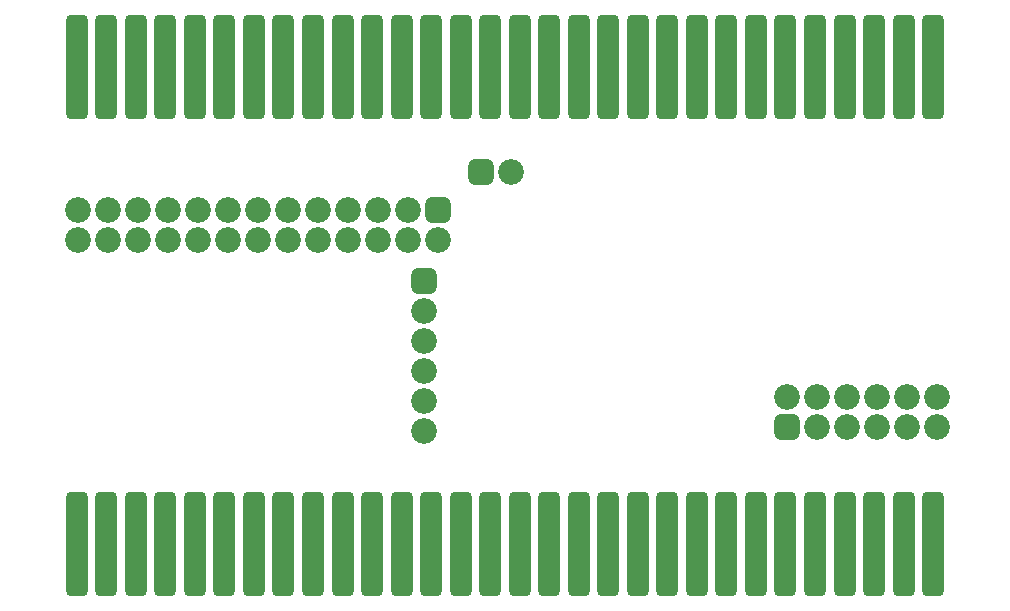
<source format=gbs>
G04*
G04  File:            DXEMU_GERBER.GBS, Fri Jul 12 00:14:53 2019*
G04  Source:          P-CAD 2006 PCB, Version 19.02.958, (D:\retrocomputing\dxemu\PCB\temp\dxemu_gerber.pcb)*
G04  Format:          Gerber Format (RS-274-D), ASCII*
G04*
G04  Format Options:  Absolute Positioning*
G04                   Leading-Zero Suppression*
G04                   Scale Factor 1:1*
G04                   NO Circular Interpolation*
G04                   Inch Units*
G04                   Numeric Format: 4.4 (XXXX.XXXX)*
G04                   G54 NOT Used for Aperture Change*
G04                   Apertures Embedded*
G04*
G04  File Options:    Offset = (0.0mil,0.0mil)*
G04                   Drill Symbol Size = 80.0mil*
G04                   Pad/Via Holes*
G04*
G04  File Contents:   Pads*
G04                   Vias*
G04                   No Designators*
G04                   No Types*
G04                   No Values*
G04                   No Drill Symbols*
G04                   Bot Mask*
G04*
%INDXEMU_GERBER.GBS*%
%ICAS*%
%MOIN*%
G04*
G04  Aperture MACROs for general use --- invoked via D-code assignment *
G04*
G04  General MACRO for flashed round with rotation and/or offset hole *
%AMROTOFFROUND*
1,1,$1,0.0000,0.0000*
1,0,$2,$3,$4*%
G04*
G04  General MACRO for flashed oval (obround) with rotation and/or offset hole *
%AMROTOFFOVAL*
21,1,$1,$2,0.0000,0.0000,$3*
1,1,$4,$5,$6*
1,1,$4,0-$5,0-$6*
1,0,$7,$8,$9*%
G04*
G04  General MACRO for flashed oval (obround) with rotation and no hole *
%AMROTOVALNOHOLE*
21,1,$1,$2,0.0000,0.0000,$3*
1,1,$4,$5,$6*
1,1,$4,0-$5,0-$6*%
G04*
G04  General MACRO for flashed rectangle with rotation and/or offset hole *
%AMROTOFFRECT*
21,1,$1,$2,0.0000,0.0000,$3*
1,0,$4,$5,$6*%
G04*
G04  General MACRO for flashed rectangle with rotation and no hole *
%AMROTRECTNOHOLE*
21,1,$1,$2,0.0000,0.0000,$3*%
G04*
G04  General MACRO for flashed rounded-rectangle *
%AMROUNDRECT*
21,1,$1,$2-$4,0.0000,0.0000,$3*
21,1,$1-$4,$2,0.0000,0.0000,$3*
1,1,$4,$5,$6*
1,1,$4,$7,$8*
1,1,$4,0-$5,0-$6*
1,1,$4,0-$7,0-$8*
1,0,$9,$10,$11*%
G04*
G04  General MACRO for flashed rounded-rectangle with rotation and no hole *
%AMROUNDRECTNOHOLE*
21,1,$1,$2-$4,0.0000,0.0000,$3*
21,1,$1-$4,$2,0.0000,0.0000,$3*
1,1,$4,$5,$6*
1,1,$4,$7,$8*
1,1,$4,0-$5,0-$6*
1,1,$4,0-$7,0-$8*%
G04*
G04  General MACRO for flashed regular polygon *
%AMREGPOLY*
5,1,$1,0.0000,0.0000,$2,$3+$4*
1,0,$5,$6,$7*%
G04*
G04  General MACRO for flashed regular polygon with no hole *
%AMREGPOLYNOHOLE*
5,1,$1,0.0000,0.0000,$2,$3+$4*%
G04*
G04  General MACRO for target *
%AMTARGET*
6,0,0,$1,$2,$3,4,$4,$5,$6*%
G04*
G04  General MACRO for mounting hole *
%AMMTHOLE*
1,1,$1,0,0*
1,0,$2,0,0*
$1=$1-$2*
$1=$1/2*
21,1,$2+$1,$3,0,0,$4*
21,1,$3,$2+$1,0,0,$4*%
G04*
G04*
G04  D10 : "Ellipse X0.254mm Y0.254mm H0.000mm 0.0deg (0.000mm,0.000mm) Draw"*
G04  Disc: OuterDia=0.0100*
%ADD10C, 0.0100*%
G04  D11 : "Ellipse X0.300mm Y0.300mm H0.000mm 0.0deg (0.000mm,0.000mm) Draw"*
G04  Disc: OuterDia=0.0118*
%ADD11C, 0.0118*%
G04  D12 : "Ellipse X0.350mm Y0.350mm H0.000mm 0.0deg (0.000mm,0.000mm) Draw"*
G04  Disc: OuterDia=0.0138*
%ADD12C, 0.0138*%
G04  D13 : "Ellipse X0.400mm Y0.400mm H0.000mm 0.0deg (0.000mm,0.000mm) Draw"*
G04  Disc: OuterDia=0.0157*
%ADD13C, 0.0157*%
G04  D14 : "Ellipse X0.500mm Y0.500mm H0.000mm 0.0deg (0.000mm,0.000mm) Draw"*
G04  Disc: OuterDia=0.0197*
%ADD14C, 0.0197*%
G04  D15 : "Ellipse X0.100mm Y0.100mm H0.000mm 0.0deg (0.000mm,0.000mm) Draw"*
G04  Disc: OuterDia=0.0039*
%ADD15C, 0.0039*%
G04  D16 : "Ellipse X1.000mm Y1.000mm H0.000mm 0.0deg (0.000mm,0.000mm) Draw"*
G04  Disc: OuterDia=0.0394*
%ADD16C, 0.0394*%
G04  D17 : "Ellipse X0.130mm Y0.130mm H0.000mm 0.0deg (0.000mm,0.000mm) Draw"*
G04  Disc: OuterDia=0.0051*
%ADD17C, 0.0051*%
G04  D18 : "Ellipse X0.150mm Y0.150mm H0.000mm 0.0deg (0.000mm,0.000mm) Draw"*
G04  Disc: OuterDia=0.0059*
%ADD18C, 0.0059*%
G04  D19 : "Ellipse X0.200mm Y0.200mm H0.000mm 0.0deg (0.000mm,0.000mm) Draw"*
G04  Disc: OuterDia=0.0079*
%ADD19C, 0.0079*%
G04  D20 : "Ellipse X0.250mm Y0.250mm H0.000mm 0.0deg (0.000mm,0.000mm) Draw"*
G04  Disc: OuterDia=0.0098*
%ADD20C, 0.0098*%
G04  D21 : "Ellipse X1.500mm Y1.500mm H0.000mm 0.0deg (0.000mm,0.000mm) Flash"*
G04  Disc: OuterDia=0.0591*
%ADD21C, 0.0591*%
G04  D22 : "Ellipse X1.800mm Y1.800mm H0.000mm 0.0deg (0.000mm,0.000mm) Flash"*
G04  Disc: OuterDia=0.0709*
%ADD22C, 0.0709*%
G04  D23 : "Ellipse X1.881mm Y1.881mm H0.000mm 0.0deg (0.000mm,0.000mm) Flash"*
G04  Disc: OuterDia=0.0741*
%ADD23C, 0.0741*%
G04  D24 : "Ellipse X2.181mm Y2.181mm H0.000mm 0.0deg (0.000mm,0.000mm) Flash"*
G04  Disc: OuterDia=0.0859*
%ADD24C, 0.0859*%
G04  D25 : "Rounded Rectangle X0.850mm Y2.600mm H0.000mm 0.0deg (0.000mm,0.000mm) Flash"*
G04  RoundRct: DimX=0.0335, DimY=0.1024, CornerRad=0.0084, Rotation=0.0, OffsetX=0.0000, OffsetY=0.0000, HoleDia=0.0000 *
%ADD25ROUNDRECTNOHOLE, 0.0335 X0.1024 X0.0 X0.0167 X-0.0084 X-0.0428 X-0.0084 X0.0428*%
G04  D26 : "Rounded Rectangle X1.231mm Y2.981mm H0.000mm 0.0deg (0.000mm,0.000mm) Flash"*
G04  RoundRct: DimX=0.0485, DimY=0.1174, CornerRad=0.0121, Rotation=0.0, OffsetX=0.0000, OffsetY=0.0000, HoleDia=0.0000 *
%ADD26ROUNDRECTNOHOLE, 0.0485 X0.1174 X0.0 X0.0242 X-0.0121 X-0.0466 X-0.0121 X0.0466*%
G04  D27 : "Rounded Rectangle X1.500mm Y8.500mm H0.000mm 0.0deg (0.000mm,0.000mm) Flash"*
G04  RoundRct: DimX=0.0591, DimY=0.3346, CornerRad=0.0148, Rotation=0.0, OffsetX=0.0000, OffsetY=0.0000, HoleDia=0.0000 *
%ADD27ROUNDRECTNOHOLE, 0.0591 X0.3346 X0.0 X0.0295 X-0.0148 X-0.1526 X-0.0148 X0.1526*%
G04  D28 : "Rounded Rectangle X1.881mm Y8.881mm H0.000mm 0.0deg (0.000mm,0.000mm) Flash"*
G04  RoundRct: DimX=0.0741, DimY=0.3496, CornerRad=0.0185, Rotation=0.0, OffsetX=0.0000, OffsetY=0.0000, HoleDia=0.0000 *
%ADD28ROUNDRECTNOHOLE, 0.0741 X0.3496 X0.0 X0.0370 X-0.0185 X-0.1563 X-0.0185 X0.1563*%
G04  D29 : "Rounded Rectangle X1.000mm Y0.400mm H0.000mm 0.0deg (0.000mm,0.000mm) Flash"*
G04  RoundRct: DimX=0.0394, DimY=0.0157, CornerRad=0.0039, Rotation=0.0, OffsetX=0.0000, OffsetY=0.0000, HoleDia=0.0000 *
%ADD29ROUNDRECTNOHOLE, 0.0394 X0.0157 X0.0 X0.0079 X-0.0157 X-0.0039 X-0.0157 X0.0039*%
G04  D30 : "Rounded Rectangle X0.400mm Y1.000mm H0.000mm 0.0deg (0.000mm,0.000mm) Flash"*
G04  RoundRct: DimX=0.0157, DimY=0.0394, CornerRad=0.0039, Rotation=0.0, OffsetX=0.0000, OffsetY=0.0000, HoleDia=0.0000 *
%ADD30ROUNDRECTNOHOLE, 0.0157 X0.0394 X0.0 X0.0079 X-0.0039 X-0.0157 X-0.0039 X0.0157*%
G04  D31 : "Rounded Rectangle X0.600mm Y1.100mm H0.000mm 0.0deg (0.000mm,0.000mm) Flash"*
G04  RoundRct: DimX=0.0236, DimY=0.0433, CornerRad=0.0059, Rotation=0.0, OffsetX=0.0000, OffsetY=0.0000, HoleDia=0.0000 *
%ADD31ROUNDRECTNOHOLE, 0.0236 X0.0433 X0.0 X0.0118 X-0.0059 X-0.0157 X-0.0059 X0.0157*%
G04  D32 : "Rounded Rectangle X1.200mm Y0.800mm H0.000mm 0.0deg (0.000mm,0.000mm) Flash"*
G04  RoundRct: DimX=0.0472, DimY=0.0315, CornerRad=0.0079, Rotation=0.0, OffsetX=0.0000, OffsetY=0.0000, HoleDia=0.0000 *
%ADD32ROUNDRECTNOHOLE, 0.0472 X0.0315 X0.0 X0.0157 X-0.0157 X-0.0079 X-0.0157 X0.0079*%
G04  D33 : "Rounded Rectangle X0.800mm Y1.200mm H0.000mm 0.0deg (0.000mm,0.000mm) Flash"*
G04  RoundRct: DimX=0.0315, DimY=0.0472, CornerRad=0.0079, Rotation=0.0, OffsetX=0.0000, OffsetY=0.0000, HoleDia=0.0000 *
%ADD33ROUNDRECTNOHOLE, 0.0315 X0.0472 X0.0 X0.0157 X-0.0079 X-0.0157 X-0.0079 X0.0157*%
G04  D34 : "Rounded Rectangle X1.200mm Y1.300mm H0.000mm 0.0deg (0.000mm,0.000mm) Flash"*
G04  RoundRct: DimX=0.0472, DimY=0.0512, CornerRad=0.0118, Rotation=0.0, OffsetX=0.0000, OffsetY=0.0000, HoleDia=0.0000 *
%ADD34ROUNDRECTNOHOLE, 0.0472 X0.0512 X0.0 X0.0236 X-0.0118 X-0.0138 X-0.0118 X0.0138*%
G04  D35 : "Rounded Rectangle X1.300mm Y1.200mm H0.000mm 0.0deg (0.000mm,0.000mm) Flash"*
G04  RoundRct: DimX=0.0512, DimY=0.0472, CornerRad=0.0118, Rotation=0.0, OffsetX=0.0000, OffsetY=0.0000, HoleDia=0.0000 *
%ADD35ROUNDRECTNOHOLE, 0.0512 X0.0472 X0.0 X0.0236 X-0.0138 X-0.0118 X-0.0138 X0.0118*%
G04  D36 : "Rounded Rectangle X1.381mm Y0.781mm H0.000mm 0.0deg (0.000mm,0.000mm) Flash"*
G04  RoundRct: DimX=0.0544, DimY=0.0307, CornerRad=0.0077, Rotation=0.0, OffsetX=0.0000, OffsetY=0.0000, HoleDia=0.0000 *
%ADD36ROUNDRECTNOHOLE, 0.0544 X0.0307 X0.0 X0.0154 X-0.0195 X-0.0077 X-0.0195 X0.0077*%
G04  D37 : "Rounded Rectangle X0.781mm Y1.381mm H0.000mm 0.0deg (0.000mm,0.000mm) Flash"*
G04  RoundRct: DimX=0.0307, DimY=0.0544, CornerRad=0.0077, Rotation=0.0, OffsetX=0.0000, OffsetY=0.0000, HoleDia=0.0000 *
%ADD37ROUNDRECTNOHOLE, 0.0307 X0.0544 X0.0 X0.0154 X-0.0077 X-0.0195 X-0.0077 X0.0195*%
G04  D38 : "Rounded Rectangle X0.981mm Y1.481mm H0.000mm 0.0deg (0.000mm,0.000mm) Flash"*
G04  RoundRct: DimX=0.0386, DimY=0.0583, CornerRad=0.0097, Rotation=0.0, OffsetX=0.0000, OffsetY=0.0000, HoleDia=0.0000 *
%ADD38ROUNDRECTNOHOLE, 0.0386 X0.0583 X0.0 X0.0193 X-0.0097 X-0.0195 X-0.0097 X0.0195*%
G04  D39 : "Rounded Rectangle X1.500mm Y0.600mm H0.000mm 0.0deg (0.000mm,0.000mm) Flash"*
G04  RoundRct: DimX=0.0591, DimY=0.0236, CornerRad=0.0059, Rotation=0.0, OffsetX=0.0000, OffsetY=0.0000, HoleDia=0.0000 *
%ADD39ROUNDRECTNOHOLE, 0.0591 X0.0236 X0.0 X0.0118 X-0.0236 X-0.0059 X-0.0236 X0.0059*%
G04  D40 : "Rounded Rectangle X1.500mm Y1.500mm H0.000mm 0.0deg (0.000mm,0.000mm) Flash"*
G04  RoundRct: DimX=0.0591, DimY=0.0591, CornerRad=0.0148, Rotation=0.0, OffsetX=0.0000, OffsetY=0.0000, HoleDia=0.0000 *
%ADD40ROUNDRECTNOHOLE, 0.0591 X0.0591 X0.0 X0.0295 X-0.0148 X-0.0148 X-0.0148 X0.0148*%
G04  D41 : "Rounded Rectangle X1.581mm Y1.181mm H0.000mm 0.0deg (0.000mm,0.000mm) Flash"*
G04  RoundRct: DimX=0.0622, DimY=0.0465, CornerRad=0.0116, Rotation=0.0, OffsetX=0.0000, OffsetY=0.0000, HoleDia=0.0000 *
%ADD41ROUNDRECTNOHOLE, 0.0622 X0.0465 X0.0 X0.0232 X-0.0195 X-0.0116 X-0.0195 X0.0116*%
G04  D42 : "Rounded Rectangle X1.181mm Y1.581mm H0.000mm 0.0deg (0.000mm,0.000mm) Flash"*
G04  RoundRct: DimX=0.0465, DimY=0.0622, CornerRad=0.0116, Rotation=0.0, OffsetX=0.0000, OffsetY=0.0000, HoleDia=0.0000 *
%ADD42ROUNDRECTNOHOLE, 0.0465 X0.0622 X0.0 X0.0232 X-0.0116 X-0.0195 X-0.0116 X0.0195*%
G04  D43 : "Rounded Rectangle X1.581mm Y1.681mm H0.000mm 0.0deg (0.000mm,0.000mm) Flash"*
G04  RoundRct: DimX=0.0622, DimY=0.0662, CornerRad=0.0156, Rotation=0.0, OffsetX=0.0000, OffsetY=0.0000, HoleDia=0.0000 *
%ADD43ROUNDRECTNOHOLE, 0.0622 X0.0662 X0.0 X0.0311 X-0.0156 X-0.0175 X-0.0156 X0.0175*%
G04  D44 : "Rounded Rectangle X1.681mm Y1.581mm H0.000mm 0.0deg (0.000mm,0.000mm) Flash"*
G04  RoundRct: DimX=0.0662, DimY=0.0622, CornerRad=0.0156, Rotation=0.0, OffsetX=0.0000, OffsetY=0.0000, HoleDia=0.0000 *
%ADD44ROUNDRECTNOHOLE, 0.0662 X0.0622 X0.0 X0.0311 X-0.0175 X-0.0156 X-0.0175 X0.0156*%
G04  D45 : "Rounded Rectangle X1.400mm Y1.800mm H0.000mm 0.0deg (0.000mm,0.000mm) Flash"*
G04  RoundRct: DimX=0.0551, DimY=0.0709, CornerRad=0.0138, Rotation=0.0, OffsetX=0.0000, OffsetY=0.0000, HoleDia=0.0000 *
%ADD45ROUNDRECTNOHOLE, 0.0551 X0.0709 X0.0 X0.0276 X-0.0138 X-0.0217 X-0.0138 X0.0217*%
G04  D46 : "Rounded Rectangle X1.800mm Y1.800mm H0.000mm 0.0deg (0.000mm,0.000mm) Flash"*
G04  RoundRct: DimX=0.0709, DimY=0.0709, CornerRad=0.0177, Rotation=0.0, OffsetX=0.0000, OffsetY=0.0000, HoleDia=0.0000 *
%ADD46ROUNDRECTNOHOLE, 0.0709 X0.0709 X0.0 X0.0354 X-0.0177 X-0.0177 X-0.0177 X0.0177*%
G04  D47 : "Rounded Rectangle X1.881mm Y0.981mm H0.000mm 0.0deg (0.000mm,0.000mm) Flash"*
G04  RoundRct: DimX=0.0741, DimY=0.0386, CornerRad=0.0097, Rotation=0.0, OffsetX=0.0000, OffsetY=0.0000, HoleDia=0.0000 *
%ADD47ROUNDRECTNOHOLE, 0.0741 X0.0386 X0.0 X0.0193 X-0.0274 X-0.0097 X-0.0274 X0.0097*%
G04  D48 : "Rounded Rectangle X1.881mm Y1.881mm H0.000mm 0.0deg (0.000mm,0.000mm) Flash"*
G04  RoundRct: DimX=0.0741, DimY=0.0741, CornerRad=0.0185, Rotation=0.0, OffsetX=0.0000, OffsetY=0.0000, HoleDia=0.0000 *
%ADD48ROUNDRECTNOHOLE, 0.0741 X0.0741 X0.0 X0.0370 X-0.0185 X-0.0185 X-0.0185 X0.0185*%
G04  D49 : "Rounded Rectangle X2.000mm Y2.500mm H0.000mm 0.0deg (0.000mm,0.000mm) Flash"*
G04  RoundRct: DimX=0.0787, DimY=0.0984, CornerRad=0.0197, Rotation=0.0, OffsetX=0.0000, OffsetY=0.0000, HoleDia=0.0000 *
%ADD49ROUNDRECTNOHOLE, 0.0787 X0.0984 X0.0 X0.0394 X-0.0197 X-0.0295 X-0.0197 X0.0295*%
G04  D50 : "Rounded Rectangle X1.781mm Y2.181mm H0.000mm 0.0deg (0.000mm,0.000mm) Flash"*
G04  RoundRct: DimX=0.0701, DimY=0.0859, CornerRad=0.0175, Rotation=0.0, OffsetX=0.0000, OffsetY=0.0000, HoleDia=0.0000 *
%ADD50ROUNDRECTNOHOLE, 0.0701 X0.0859 X0.0 X0.0351 X-0.0175 X-0.0254 X-0.0175 X0.0254*%
G04  D51 : "Rounded Rectangle X2.181mm Y2.181mm H0.000mm 0.0deg (0.000mm,0.000mm) Flash"*
G04  RoundRct: DimX=0.0859, DimY=0.0859, CornerRad=0.0215, Rotation=0.0, OffsetX=0.0000, OffsetY=0.0000, HoleDia=0.0000 *
%ADD51ROUNDRECTNOHOLE, 0.0859 X0.0859 X0.0 X0.0429 X-0.0215 X-0.0215 X-0.0215 X0.0215*%
G04  D52 : "Rounded Rectangle X2.381mm Y2.881mm H0.000mm 0.0deg (0.000mm,0.000mm) Flash"*
G04  RoundRct: DimX=0.0937, DimY=0.1134, CornerRad=0.0234, Rotation=0.0, OffsetX=0.0000, OffsetY=0.0000, HoleDia=0.0000 *
%ADD52ROUNDRECTNOHOLE, 0.0937 X0.1134 X0.0 X0.0469 X-0.0234 X-0.0333 X-0.0234 X0.0333*%
G04  D53 : "Rectangle X1.600mm Y0.350mm H0.000mm 0.0deg (0.000mm,0.000mm) Flash"*
G04  Rectangular: DimX=0.0630, DimY=0.0138, Rotation=0.0, OffsetX=0.0000, OffsetY=0.0000, HoleDia=0.0000 *
%ADD53R, 0.0630 X0.0138*%
G04  D54 : "Rectangle X1.740mm Y0.490mm H0.000mm 0.0deg (0.000mm,0.000mm) Flash"*
G04  Rectangular: DimX=0.0685, DimY=0.0193, Rotation=0.0, OffsetX=0.0000, OffsetY=0.0000, HoleDia=0.0000 *
%ADD54R, 0.0685 X0.0193*%
G04  D55 : "Ellipse X0.500mm Y0.500mm H0.000mm 0.0deg (0.000mm,0.000mm) Flash"*
G04  Disc: OuterDia=0.0197*
%ADD55C, 0.0197*%
G04*
%FSLAX44Y44*%
%SFA1B1*%
%OFA0.0000B0.0000*%
G04*
G70*
G90*
G01*
D2*
%LNBot Mask*%
D28*
X23326Y68946D3*
X22342D3*
X26279D3*
X25295D3*
X29232D3*
X28248D3*
X32185D3*
X31200D3*
X35137D3*
X34153D3*
X38090D3*
X37106D3*
X40059D3*
X41043D3*
X43011D3*
X43996D3*
X45964D3*
X46948D3*
X48917D3*
X49901D3*
X23326Y84842D3*
X22342D3*
X26279D3*
X25295D3*
X29232D3*
X28248D3*
X32185D3*
X31200D3*
X35137D3*
X34153D3*
X38090D3*
X37106D3*
X40059D3*
X41043D3*
X43011D3*
X43996D3*
X45964D3*
X46948D3*
X48917D3*
X49901D3*
X24311Y68946D3*
X27263D3*
X30216D3*
X33169D3*
X36122D3*
D24*
X36818Y81348D3*
D51*
X35818D3*
D28*
X39074Y68946D3*
X42027D3*
X44980D3*
X47933D3*
X50885D3*
X24311Y84842D3*
X27263D3*
X30216D3*
X33169D3*
X36122D3*
D24*
X33907Y73696D3*
Y72696D3*
Y74696D3*
Y76696D3*
Y75696D3*
D51*
Y77696D3*
D28*
X39074Y84842D3*
X42027D3*
X44980D3*
X47933D3*
X50885D3*
D24*
X24395Y80076D3*
X23395D3*
X27395D3*
X26395D3*
X30395D3*
X29395D3*
X33395D3*
X32395D3*
X24395Y79076D3*
X23395D3*
X27395D3*
X26395D3*
X30395D3*
X29395D3*
X33395D3*
X32395D3*
X28395Y80076D3*
X25395D3*
X22395D3*
D51*
X34395D3*
D24*
X31395D3*
X28395Y79076D3*
X25395D3*
X22395D3*
X34395D3*
X31395D3*
X49023Y73826D3*
X50023D3*
X51023D3*
X46023D3*
X47023D3*
X48023D3*
X49023Y72826D3*
X50023D3*
X51023D3*
D51*
X46023D3*
D24*
X47023D3*
X48023D3*
D02M02*

</source>
